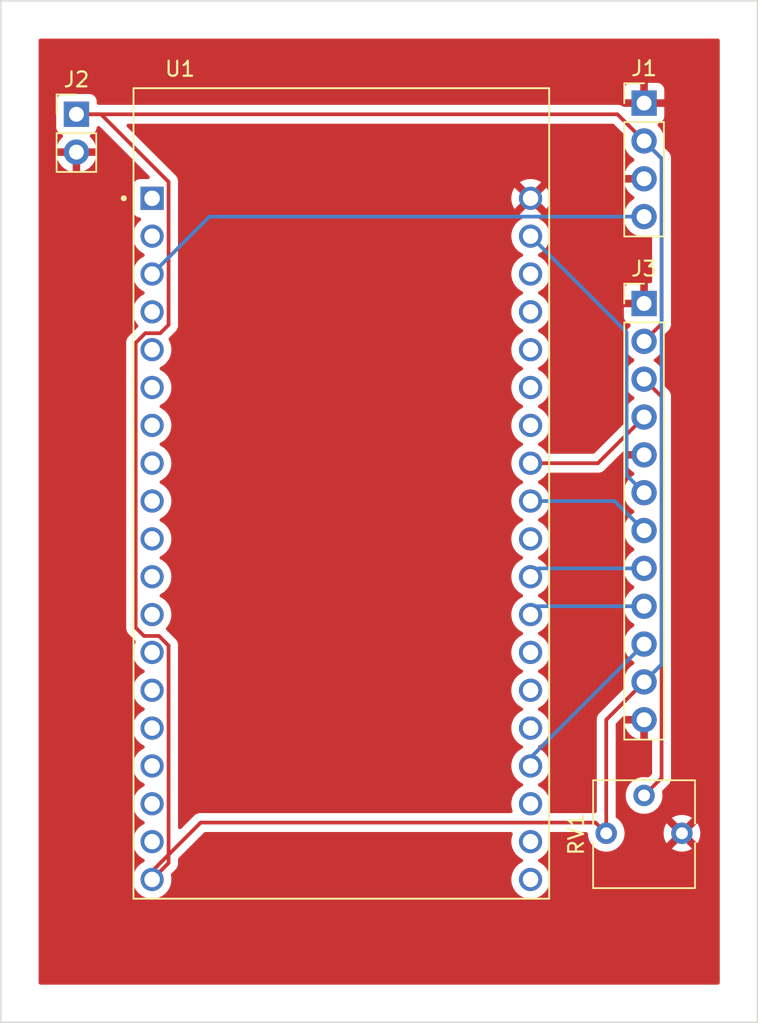
<source format=kicad_pcb>
(kicad_pcb (version 20211014) (generator pcbnew)
  (layers (0 "F.Cu" signal) (31 "B.Cu" signal) (34 "B.Paste" user) (35 "F.Paste" user) (36 "B.SilkS" user "B.Silkscreen") (37 "F.SilkS" user "F.Silkscreen") (38 "B.Mask" user) (39 "F.Mask" user) (44 "Edge.Cuts" user))
  (net 0 "")
  (net 18 "+5V")
  (net 19 "GND")
  (net 25 "Net-(J3-Pad4)")
  (net 32 "Net-(J1-Pad4)")
  (net 33 "Net-(RV1-Pad2)")
  (net 34 "Net-(U1-PadJ3-2)")
  (net 35 "Net-(U1-PadJ3-9)")
  (net 36 "Net-(U1-PadJ3-11)")
  (net 37 "Net-(U1-PadJ3-12)")
  (net 38 "Net-(U1-PadJ3-16)")
  (footprint "Connector_PinHeader_2.54mm:PinHeader_1x12_P2.54mm_Vertical" (layer "F.Cu") (at 165.1 71.12)
    (fp_text reference "J3" (at 0 -2.33) (layer "F.SilkS"))
    (fp_text value "LCD")
    (fp_line (start -1.33 29.27) (end 1.33 29.27) (layer "F.SilkS") (width 0.12))
    (fp_line (start -1.33 1.27) (end 1.33 1.27) (layer "F.SilkS") (width 0.12))
    (fp_line (start -1.33 0) (end -1.33 -1.33) (layer "F.SilkS") (width 0.12))
    (fp_line (start -1.33 1.27) (end -1.33 29.27) (layer "F.SilkS") (width 0.12))
    (fp_line (start 1.33 1.27) (end 1.33 29.27) (layer "F.SilkS") (width 0.12))
    (fp_line (start -1.33 -1.33) (end 0 -1.33) (layer "F.SilkS") (width 0.12))
    (pad "1" thru_hole rect (at 0 0) (size 1.7 1.7) (drill 1) (layers *.Cu *.Mask) (net 19 "GND"))
    (pad "2" thru_hole oval (at 0 2.54) (size 1.7 1.7) (drill 1) (layers *.Cu *.Mask) (net 18 "+5V"))
    (pad "3" thru_hole oval (at 0 5.08) (size 1.7 1.7) (drill 1) (layers *.Cu *.Mask) (net 33 "Net-(RV1-Pad2)"))
    (pad "4" thru_hole oval (at 0 7.62) (size 1.7 1.7) (drill 1) (layers *.Cu *.Mask) (net 25 "Net-(J3-Pad4)"))
    (pad "5" thru_hole oval (at 0 10.16) (size 1.7 1.7) (drill 1) (layers *.Cu *.Mask) (net 19 "GND"))
    (pad "6" thru_hole oval (at 0 12.7) (size 1.7 1.7) (drill 1) (layers *.Cu *.Mask) (net 34 "Net-(U1-PadJ3-2)"))
    (pad "7" thru_hole oval (at 0 15.24) (size 1.7 1.7) (drill 1) (layers *.Cu *.Mask) (net 35 "Net-(U1-PadJ3-9)"))
    (pad "8" thru_hole oval (at 0 17.78) (size 1.7 1.7) (drill 1) (layers *.Cu *.Mask) (net 36 "Net-(U1-PadJ3-11)"))
    (pad "9" thru_hole oval (at 0 20.32) (size 1.7 1.7) (drill 1) (layers *.Cu *.Mask) (net 37 "Net-(U1-PadJ3-12)"))
    (pad "10" thru_hole oval (at 0 22.86) (size 1.7 1.7) (drill 1) (layers *.Cu *.Mask) (net 38 "Net-(U1-PadJ3-16)"))
    (pad "11" thru_hole oval (at 0 25.4) (size 1.7 1.7) (drill 1) (layers *.Cu *.Mask) (net 18 "+5V"))
    (pad "12" thru_hole oval (at 0 27.94) (size 1.7 1.7) (drill 1) (layers *.Cu *.Mask) (net 19 "GND"))
  )
  (footprint "Potentiometer_THT:Potentiometer_Vishay_T73YP_Vertical" (layer "F.Cu") (at 167.64 106.68 90)
    (fp_text reference "RV1" (at -0.06 -7.09 90) (layer "F.SilkS"))
    (fp_text value "Contrast")
    (fp_line (start 0.65 -5.96) (end 3.56 -5.96) (layer "F.SilkS") (width 0.12))
    (fp_line (start -3.68 -5.96) (end -0.65 -5.96) (layer "F.SilkS") (width 0.12))
    (fp_line (start -3.68 -5.96) (end -3.68 0.88) (layer "F.SilkS") (width 0.12))
    (fp_line (start -3.68 0.88) (end -0.65 0.88) (layer "F.SilkS") (width 0.12))
    (fp_line (start 3.56 -5.96) (end 3.56 0.88) (layer "F.SilkS") (width 0.12))
    (fp_line (start 0.65 0.88) (end 3.56 0.88) (layer "F.SilkS") (width 0.12))
    (pad "1" thru_hole circle (at 0 0 90) (size 1.44 1.44) (drill 0.8) (layers *.Cu *.Mask) (net 19 "GND"))
    (pad "2" thru_hole circle (at 2.54 -2.54 90) (size 1.44 1.44) (drill 0.8) (layers *.Cu *.Mask) (net 33 "Net-(RV1-Pad2)"))
    (pad "3" thru_hole circle (at 0 -5.08 90) (size 1.44 1.44) (drill 0.8) (layers *.Cu *.Mask) (net 18 "+5V"))
  )
  (footprint "Connector_PinHeader_2.54mm:PinHeader_1x04_P2.54mm_Vertical" (layer "F.Cu") (at 165.1 57.670489)
    (fp_text reference "J1" (at 0 -2.33) (layer "F.SilkS"))
    (fp_text value "Power")
    (fp_line (start -1.33 1.27) (end -1.33 8.95) (layer "F.SilkS") (width 0.12))
    (fp_line (start -1.33 0) (end -1.33 -1.33) (layer "F.SilkS") (width 0.12))
    (fp_line (start -1.33 -1.33) (end 0 -1.33) (layer "F.SilkS") (width 0.12))
    (fp_line (start 1.33 1.27) (end 1.33 8.95) (layer "F.SilkS") (width 0.12))
    (fp_line (start -1.33 8.95) (end 1.33 8.95) (layer "F.SilkS") (width 0.12))
    (fp_line (start -1.33 1.27) (end 1.33 1.27) (layer "F.SilkS") (width 0.12))
    (pad "1" thru_hole rect (at 0 0) (size 1.7 1.7) (drill 1) (layers *.Cu *.Mask) (net 19 "GND"))
    (pad "2" thru_hole oval (at 0 2.54) (size 1.7 1.7) (drill 1) (layers *.Cu *.Mask) (net 18 "+5V"))
    (pad "3" thru_hole oval (at 0 5.08) (size 1.7 1.7) (drill 1) (layers *.Cu *.Mask) (net 19 "GND"))
    (pad "4" thru_hole oval (at 0 7.62) (size 1.7 1.7) (drill 1) (layers *.Cu *.Mask) (net 32 "Net-(J1-Pad4)"))
  )
  (footprint "Module:MODULE_ESP32-DEVKITC-32D" (layer "F.Cu") (at 144.78 83.82)
    (fp_text reference "U1" (at -10.829175 -28.446045) (layer "F.SilkS") (effects (font (size 1.000386 1.000386))))
    (fp_text value "ESP32")
    (fp_line (start 13.95 27.25) (end -13.95 27.25) (layer "F.SilkS") (width 0.127))
    (fp_line (start -13.95 27.25) (end -13.95 -27.15) (layer "F.SilkS") (width 0.127))
    (fp_line (start 13.95 -27.15) (end 13.95 27.25) (layer "F.SilkS") (width 0.127))
    (fp_line (start -13.95 -27.15) (end 13.95 -27.15) (layer "F.SilkS") (width 0.127))
    (fp_circle (center -14.6 -19.76) (end -14.5 -19.76) (layer "F.SilkS") (width 0.2) (fill none))
    (pad "J2-1" thru_hole rect (at -12.7 -19.76) (size 1.56 1.56) (drill 1.04) (layers *.Cu *.Mask))
    (pad "J2-2" thru_hole circle (at -12.7 -17.22) (size 1.56 1.56) (drill 1.04) (layers *.Cu *.Mask))
    (pad "J2-3" thru_hole circle (at -12.7 -14.68) (size 1.56 1.56) (drill 1.04) (layers *.Cu *.Mask) (net 32 "Net-(J1-Pad4)"))
    (pad "J2-4" thru_hole circle (at -12.7 -12.14) (size 1.56 1.56) (drill 1.04) (layers *.Cu *.Mask))
    (pad "J2-5" thru_hole circle (at -12.7 -9.6) (size 1.56 1.56) (drill 1.04) (layers *.Cu *.Mask))
    (pad "J2-6" thru_hole circle (at -12.7 -7.06) (size 1.56 1.56) (drill 1.04) (layers *.Cu *.Mask))
    (pad "J2-7" thru_hole circle (at -12.7 -4.52) (size 1.56 1.56) (drill 1.04) (layers *.Cu *.Mask))
    (pad "J2-8" thru_hole circle (at -12.7 -1.98) (size 1.56 1.56) (drill 1.04) (layers *.Cu *.Mask))
    (pad "J2-9" thru_hole circle (at -12.7 0.56) (size 1.56 1.56) (drill 1.04) (layers *.Cu *.Mask))
    (pad "J2-10" thru_hole circle (at -12.7 3.1) (size 1.56 1.56) (drill 1.04) (layers *.Cu *.Mask))
    (pad "J2-11" thru_hole circle (at -12.7 5.64) (size 1.56 1.56) (drill 1.04) (layers *.Cu *.Mask))
    (pad "J2-12" thru_hole circle (at -12.7 8.18) (size 1.56 1.56) (drill 1.04) (layers *.Cu *.Mask))
    (pad "J2-13" thru_hole circle (at -12.7 10.72) (size 1.56 1.56) (drill 1.04) (layers *.Cu *.Mask))
    (pad "J2-14" thru_hole circle (at -12.7 13.26) (size 1.56 1.56) (drill 1.04) (layers *.Cu *.Mask))
    (pad "J2-15" thru_hole circle (at -12.7 15.8) (size 1.56 1.56) (drill 1.04) (layers *.Cu *.Mask))
    (pad "J2-16" thru_hole circle (at -12.7 18.34) (size 1.56 1.56) (drill 1.04) (layers *.Cu *.Mask))
    (pad "J2-17" thru_hole circle (at -12.7 20.88) (size 1.56 1.56) (drill 1.04) (layers *.Cu *.Mask))
    (pad "J2-18" thru_hole circle (at -12.7 23.42) (size 1.56 1.56) (drill 1.04) (layers *.Cu *.Mask))
    (pad "J2-19" thru_hole circle (at -12.7 25.96) (size 1.56 1.56) (drill 1.04) (layers *.Cu *.Mask) (net 18 "+5V"))
    (pad "J3-1" thru_hole circle (at 12.7 -19.76) (size 1.56 1.56) (drill 1.04) (layers *.Cu *.Mask) (net 19 "GND"))
    (pad "J3-2" thru_hole circle (at 12.7 -17.22) (size 1.56 1.56) (drill 1.04) (layers *.Cu *.Mask) (net 34 "Net-(U1-PadJ3-2)"))
    (pad "J3-3" thru_hole circle (at 12.7 -14.68) (size 1.56 1.56) (drill 1.04) (layers *.Cu *.Mask))
    (pad "J3-4" thru_hole circle (at 12.7 -12.14) (size 1.56 1.56) (drill 1.04) (layers *.Cu *.Mask))
    (pad "J3-5" thru_hole circle (at 12.7 -9.6) (size 1.56 1.56) (drill 1.04) (layers *.Cu *.Mask))
    (pad "J3-6" thru_hole circle (at 12.7 -7.06) (size 1.56 1.56) (drill 1.04) (layers *.Cu *.Mask))
    (pad "J3-7" thru_hole circle (at 12.7 -4.52) (size 1.56 1.56) (drill 1.04) (layers *.Cu *.Mask))
    (pad "J3-8" thru_hole circle (at 12.7 -1.98) (size 1.56 1.56) (drill 1.04) (layers *.Cu *.Mask) (net 25 "Net-(J3-Pad4)"))
    (pad "J3-9" thru_hole circle (at 12.7 0.56) (size 1.56 1.56) (drill 1.04) (layers *.Cu *.Mask) (net 35 "Net-(U1-PadJ3-9)"))
    (pad "J3-10" thru_hole circle (at 12.7 3.1) (size 1.56 1.56) (drill 1.04) (layers *.Cu *.Mask))
    (pad "J3-11" thru_hole circle (at 12.7 5.64) (size 1.56 1.56) (drill 1.04) (layers *.Cu *.Mask) (net 36 "Net-(U1-PadJ3-11)"))
    (pad "J3-12" thru_hole circle (at 12.7 8.18) (size 1.56 1.56) (drill 1.04) (layers *.Cu *.Mask) (net 37 "Net-(U1-PadJ3-12)"))
    (pad "J3-13" thru_hole circle (at 12.7 10.72) (size 1.56 1.56) (drill 1.04) (layers *.Cu *.Mask))
    (pad "J3-14" thru_hole circle (at 12.7 13.26) (size 1.56 1.56) (drill 1.04) (layers *.Cu *.Mask))
    (pad "J3-15" thru_hole circle (at 12.7 15.8) (size 1.56 1.56) (drill 1.04) (layers *.Cu *.Mask))
    (pad "J3-16" thru_hole circle (at 12.7 18.34) (size 1.56 1.56) (drill 1.04) (layers *.Cu *.Mask) (net 38 "Net-(U1-PadJ3-16)"))
    (pad "J3-17" thru_hole circle (at 12.7 20.88) (size 1.56 1.56) (drill 1.04) (layers *.Cu *.Mask))
    (pad "J3-18" thru_hole circle (at 12.7 23.42) (size 1.56 1.56) (drill 1.04) (layers *.Cu *.Mask))
    (pad "J3-19" thru_hole circle (at 12.7 25.96) (size 1.56 1.56) (drill 1.04) (layers *.Cu *.Mask))
  )
  (footprint "Connector_PinHeader_2.54mm:PinHeader_1x02_P2.54mm_Vertical" (layer "F.Cu") (at 127 58.42)
    (fp_text reference "J2" (at 0 -2.33) (layer "F.SilkS"))
    (fp_text value "AD8317")
    (fp_line (start -1.33 -1.33) (end 0 -1.33) (layer "F.SilkS") (width 0.12))
    (fp_line (start 1.33 1.27) (end 1.33 3.87) (layer "F.SilkS") (width 0.12))
    (fp_line (start -1.33 3.87) (end 1.33 3.87) (layer "F.SilkS") (width 0.12))
    (fp_line (start -1.33 1.27) (end -1.33 3.87) (layer "F.SilkS") (width 0.12))
    (fp_line (start -1.33 0) (end -1.33 -1.33) (layer "F.SilkS") (width 0.12))
    (fp_line (start -1.33 1.27) (end 1.33 1.27) (layer "F.SilkS") (width 0.12))
    (pad "1" thru_hole rect (at 0 0) (size 1.7 1.7) (drill 1) (layers *.Cu *.Mask) (net 18 "+5V"))
    (pad "2" thru_hole oval (at 0 2.54) (size 1.7 1.7) (drill 1) (layers *.Cu *.Mask) (net 19 "GND"))
  )
  (gr_rect (start 121.92 50.8) (end 172.72 119.38) (layer "Edge.Cuts") (width 0.1) (fill none))
  (segment (start 161.840001 105.960001) (end 135.339999 105.960001) (width 0.25) (layer "F.Cu") (net 18))
  (segment (start 135.339999 105.960001) (end 132.08 109.22) (width 0.25) (layer "F.Cu") (net 18))
  (segment (start 132.537505 93.435489) (end 131.535489 93.435489) (width 0.25) (layer "F.Cu") (net 18))
  (segment (start 132.08 109.78) (end 133.184511 108.675489) (width 0.25) (layer "F.Cu") (net 18))
  (segment (start 127 58.42) (end 163.309511 58.42) (width 0.25) (layer "F.Cu") (net 18))
  (segment (start 166.274511 61.385) (end 165.1 60.210489) (width 0.25) (layer "F.Cu") (net 18))
  (segment (start 132.624511 73.115489) (end 133.184511 72.555489) (width 0.25) (layer "F.Cu") (net 18))
  (segment (start 133.184511 62.955489) (end 128.649022 58.42) (width 0.25) (layer "F.Cu") (net 18))
  (segment (start 128.649022 58.42) (end 127 58.42) (width 0.25) (layer "F.Cu") (net 18))
  (segment (start 162.56 99.06) (end 165.1 96.52) (width 0.25) (layer "F.Cu") (net 18))
  (segment (start 131.535489 93.435489) (end 130.975489 92.875489) (width 0.25) (layer "F.Cu") (net 18))
  (segment (start 133.184511 108.675489) (end 133.184511 94.082495) (width 0.25) (layer "F.Cu") (net 18))
  (segment (start 163.309511 58.42) (end 165.1 60.210489) (width 0.25) (layer "F.Cu") (net 18))
  (segment (start 162.56 106.68) (end 162.56 99.06) (width 0.25) (layer "F.Cu") (net 18))
  (segment (start 162.56 106.68) (end 161.840001 105.960001) (width 0.25) (layer "F.Cu") (net 18))
  (segment (start 133.184511 72.555489) (end 133.184511 62.955489) (width 0.25) (layer "F.Cu") (net 18))
  (segment (start 130.975489 73.762495) (end 131.622495 73.115489) (width 0.25) (layer "F.Cu") (net 18))
  (segment (start 165.1 73.66) (end 166.274511 72.485489) (width 0.25) (layer "F.Cu") (net 18))
  (segment (start 166.274511 72.485489) (end 166.274511 61.385) (width 0.25) (layer "F.Cu") (net 18))
  (segment (start 131.622495 73.115489) (end 132.624511 73.115489) (width 0.25) (layer "F.Cu") (net 18))
  (segment (start 130.975489 92.875489) (end 130.975489 73.762495) (width 0.25) (layer "F.Cu") (net 18))
  (segment (start 133.184511 94.082495) (end 132.537505 93.435489) (width 0.25) (layer "F.Cu") (net 18))
  (segment (start 166.274511 61.385) (end 165.1 60.210489) (width 0.25) (layer "B.Cu") (net 18))
  (segment (start 165.1 96.52) (end 166.274511 95.345489) (width 0.25) (layer "B.Cu") (net 18))
  (segment (start 166.274511 95.345489) (end 166.274511 61.385) (width 0.25) (layer "B.Cu") (net 18))
  (segment (start 165.1 78.74) (end 162 81.84) (width 0.25) (layer "F.Cu") (net 25))
  (segment (start 162 81.84) (end 157.48 81.84) (width 0.25) (layer "F.Cu") (net 25))
  (segment (start 165.1 65.290489) (end 135.929511 65.290489) (width 0.25) (layer "B.Cu") (net 32))
  (segment (start 135.929511 65.290489) (end 132.08 69.14) (width 0.25) (layer "B.Cu") (net 32))
  (segment (start 165.1 104.14) (end 166.274511 102.965489) (width 0.25) (layer "F.Cu") (net 33))
  (segment (start 166.274511 77.374511) (end 165.1 76.2) (width 0.25) (layer "F.Cu") (net 33))
  (segment (start 166.274511 102.965489) (end 166.274511 77.374511) (width 0.25) (layer "F.Cu") (net 33))
  (segment (start 163.925489 73.045489) (end 157.48 66.6) (width 0.25) (layer "B.Cu") (net 34))
  (segment (start 165.1 83.82) (end 163.925489 82.645489) (width 0.25) (layer "B.Cu") (net 34))
  (segment (start 163.925489 82.645489) (end 163.925489 73.045489) (width 0.25) (layer "B.Cu") (net 34))
  (segment (start 163.12 84.38) (end 157.48 84.38) (width 0.25) (layer "B.Cu") (net 35))
  (segment (start 165.1 86.36) (end 163.12 84.38) (width 0.25) (layer "B.Cu") (net 35))
  (segment (start 158.04 88.9) (end 157.48 89.46) (width 0.25) (layer "B.Cu") (net 36))
  (segment (start 165.1 88.9) (end 158.04 88.9) (width 0.25) (layer "B.Cu") (net 36))
  (segment (start 165.1 91.44) (end 157.48 91.44) (width 0.25) (layer "B.Cu") (net 37))
  (segment (start 157.48 101.6) (end 157.48 102.16) (width 0.25) (layer "B.Cu") (net 38))
  (segment (start 165.1 93.98) (end 157.48 101.6) (width 0.25) (layer "B.Cu") (net 38))
  (zone (net 19) (net_name "GND") (layer "F.Cu") (connect_pads (clearance 0.508)) (min_thickness 0.254) (fill yes (thermal_gap 0.508) (thermal_bridge_width 0.508))
    (polygon (pts (xy 170.18 116.84) (xy 124.46 116.84) (xy 124.46 53.34) (xy 170.18 53.34)))
  )
)
</source>
